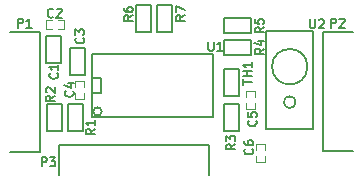
<source format=gto>
G04 (created by PCBNEW (2013-07-07 BZR 4022)-stable) date 29/10/2014 14:18:24*
%MOIN*%
G04 Gerber Fmt 3.4, Leading zero omitted, Abs format*
%FSLAX34Y34*%
G01*
G70*
G90*
G04 APERTURE LIST*
%ADD10C,0.00590551*%
%ADD11C,0.006*%
%ADD12C,0.005*%
%ADD13C,0.0028*%
G04 APERTURE END LIST*
G54D10*
X10622Y-1952D02*
X10622Y-952D01*
X10622Y-952D02*
X11622Y-952D01*
G54D11*
X11622Y-4937D02*
X10622Y-4937D01*
X10622Y-4937D02*
X10622Y-1937D01*
G54D10*
X1188Y-3952D02*
X1188Y-4952D01*
X1188Y-4952D02*
X188Y-4952D01*
G54D11*
X188Y-968D02*
X1188Y-968D01*
X1188Y-968D02*
X1188Y-3968D01*
G54D12*
X1903Y-1085D02*
X1903Y-1985D01*
X1903Y-1985D02*
X1403Y-1985D01*
X1403Y-1985D02*
X1403Y-1085D01*
X1403Y-1085D02*
X1903Y-1085D01*
X7345Y-498D02*
X8245Y-498D01*
X8245Y-498D02*
X8245Y-998D01*
X8245Y-998D02*
X7345Y-998D01*
X7345Y-998D02*
X7345Y-498D01*
X8245Y-1706D02*
X7345Y-1706D01*
X7345Y-1706D02*
X7345Y-1206D01*
X7345Y-1206D02*
X8245Y-1206D01*
X8245Y-1206D02*
X8245Y-1706D01*
X1442Y-4268D02*
X1442Y-3368D01*
X1442Y-3368D02*
X1942Y-3368D01*
X1942Y-3368D02*
X1942Y-4268D01*
X1942Y-4268D02*
X1442Y-4268D01*
X2651Y-3368D02*
X2651Y-4268D01*
X2651Y-4268D02*
X2151Y-4268D01*
X2151Y-4268D02*
X2151Y-3368D01*
X2151Y-3368D02*
X2651Y-3368D01*
X7348Y-3087D02*
X7348Y-2187D01*
X7348Y-2187D02*
X7848Y-2187D01*
X7848Y-2187D02*
X7848Y-3087D01*
X7848Y-3087D02*
X7348Y-3087D01*
X7348Y-4268D02*
X7348Y-3368D01*
X7348Y-3368D02*
X7848Y-3368D01*
X7848Y-3368D02*
X7848Y-4268D01*
X7848Y-4268D02*
X7348Y-4268D01*
X2190Y-2379D02*
X2190Y-1479D01*
X2190Y-1479D02*
X2690Y-1479D01*
X2690Y-1479D02*
X2690Y-2379D01*
X2690Y-2379D02*
X2190Y-2379D01*
G54D13*
X8078Y-3328D02*
X8078Y-3528D01*
X8078Y-3528D02*
X8378Y-3528D01*
X8378Y-3528D02*
X8378Y-3328D01*
X8078Y-3128D02*
X8078Y-2928D01*
X8078Y-2928D02*
X8378Y-2928D01*
X8378Y-2928D02*
X8378Y-3128D01*
X8693Y-4900D02*
X8693Y-4700D01*
X8693Y-4700D02*
X8393Y-4700D01*
X8393Y-4700D02*
X8393Y-4900D01*
X8693Y-5100D02*
X8693Y-5300D01*
X8693Y-5300D02*
X8393Y-5300D01*
X8393Y-5300D02*
X8393Y-5100D01*
X2369Y-2974D02*
X2369Y-3174D01*
X2369Y-3174D02*
X2669Y-3174D01*
X2669Y-3174D02*
X2669Y-2974D01*
X2369Y-2774D02*
X2369Y-2574D01*
X2369Y-2574D02*
X2669Y-2574D01*
X2669Y-2574D02*
X2669Y-2774D01*
X1792Y-858D02*
X1992Y-858D01*
X1992Y-858D02*
X1992Y-558D01*
X1992Y-558D02*
X1792Y-558D01*
X1592Y-858D02*
X1392Y-858D01*
X1392Y-858D02*
X1392Y-558D01*
X1392Y-558D02*
X1592Y-558D01*
G54D12*
X3262Y-3605D02*
G75*
G03X3262Y-3605I-141J0D01*
G74*
G01*
X2921Y-2505D02*
X3221Y-2505D01*
X3221Y-2505D02*
X3221Y-3005D01*
X3221Y-3005D02*
X2921Y-3005D01*
X6971Y-3805D02*
X2921Y-3805D01*
X2921Y-1705D02*
X6971Y-1705D01*
X2921Y-1705D02*
X2921Y-3805D01*
X6971Y-1705D02*
X6971Y-3805D01*
G54D10*
X4830Y-4716D02*
X6830Y-4716D01*
G54D11*
X1846Y-5716D02*
X1846Y-4716D01*
X1846Y-4716D02*
X4846Y-4716D01*
X6846Y-4716D02*
X6846Y-5716D01*
G54D10*
X9724Y-3293D02*
G75*
G03X9724Y-3293I-196J0D01*
G74*
G01*
X10118Y-2112D02*
G75*
G03X10118Y-2112I-590J0D01*
G74*
G01*
X8740Y-4179D02*
X10314Y-4179D01*
X10314Y-4179D02*
X10314Y-931D01*
X10314Y-931D02*
X8740Y-931D01*
X8740Y-931D02*
X8740Y-4179D01*
G54D12*
X5604Y-61D02*
X5604Y-961D01*
X5604Y-961D02*
X5104Y-961D01*
X5104Y-961D02*
X5104Y-61D01*
X5104Y-61D02*
X5604Y-61D01*
X4895Y-61D02*
X4895Y-961D01*
X4895Y-961D02*
X4395Y-961D01*
X4395Y-961D02*
X4395Y-61D01*
X4395Y-61D02*
X4895Y-61D01*
G54D10*
X10900Y-810D02*
X10900Y-510D01*
X11014Y-510D01*
X11043Y-524D01*
X11057Y-538D01*
X11072Y-567D01*
X11072Y-610D01*
X11057Y-638D01*
X11043Y-653D01*
X11014Y-667D01*
X10900Y-667D01*
X11186Y-538D02*
X11200Y-524D01*
X11229Y-510D01*
X11300Y-510D01*
X11329Y-524D01*
X11343Y-538D01*
X11357Y-567D01*
X11357Y-596D01*
X11343Y-638D01*
X11172Y-810D01*
X11357Y-810D01*
X467Y-810D02*
X467Y-510D01*
X581Y-510D01*
X610Y-524D01*
X624Y-538D01*
X638Y-567D01*
X638Y-610D01*
X624Y-638D01*
X610Y-653D01*
X581Y-667D01*
X467Y-667D01*
X924Y-810D02*
X753Y-810D01*
X838Y-810D02*
X838Y-510D01*
X810Y-553D01*
X781Y-581D01*
X753Y-596D01*
X1785Y-2333D02*
X1800Y-2347D01*
X1814Y-2390D01*
X1814Y-2419D01*
X1800Y-2462D01*
X1771Y-2490D01*
X1742Y-2504D01*
X1685Y-2519D01*
X1642Y-2519D01*
X1585Y-2504D01*
X1557Y-2490D01*
X1528Y-2462D01*
X1514Y-2419D01*
X1514Y-2390D01*
X1528Y-2347D01*
X1542Y-2333D01*
X1814Y-2047D02*
X1814Y-2219D01*
X1814Y-2133D02*
X1514Y-2133D01*
X1557Y-2162D01*
X1585Y-2190D01*
X1600Y-2219D01*
X8664Y-798D02*
X8521Y-898D01*
X8664Y-969D02*
X8364Y-969D01*
X8364Y-855D01*
X8379Y-826D01*
X8393Y-812D01*
X8421Y-798D01*
X8464Y-798D01*
X8493Y-812D01*
X8507Y-826D01*
X8521Y-855D01*
X8521Y-969D01*
X8364Y-526D02*
X8364Y-669D01*
X8507Y-683D01*
X8493Y-669D01*
X8479Y-640D01*
X8479Y-569D01*
X8493Y-540D01*
X8507Y-526D01*
X8536Y-512D01*
X8607Y-512D01*
X8636Y-526D01*
X8650Y-540D01*
X8664Y-569D01*
X8664Y-640D01*
X8650Y-669D01*
X8636Y-683D01*
X8664Y-1506D02*
X8521Y-1606D01*
X8664Y-1678D02*
X8364Y-1678D01*
X8364Y-1563D01*
X8379Y-1535D01*
X8393Y-1520D01*
X8421Y-1506D01*
X8464Y-1506D01*
X8493Y-1520D01*
X8507Y-1535D01*
X8521Y-1563D01*
X8521Y-1678D01*
X8464Y-1249D02*
X8664Y-1249D01*
X8350Y-1320D02*
X8564Y-1392D01*
X8564Y-1206D01*
X1696Y-3081D02*
X1553Y-3181D01*
X1696Y-3252D02*
X1396Y-3252D01*
X1396Y-3138D01*
X1410Y-3110D01*
X1424Y-3095D01*
X1453Y-3081D01*
X1496Y-3081D01*
X1524Y-3095D01*
X1539Y-3110D01*
X1553Y-3138D01*
X1553Y-3252D01*
X1424Y-2967D02*
X1410Y-2952D01*
X1396Y-2924D01*
X1396Y-2852D01*
X1410Y-2824D01*
X1424Y-2810D01*
X1453Y-2795D01*
X1481Y-2795D01*
X1524Y-2810D01*
X1696Y-2981D01*
X1696Y-2795D01*
X3034Y-4183D02*
X2891Y-4283D01*
X3034Y-4355D02*
X2734Y-4355D01*
X2734Y-4241D01*
X2749Y-4212D01*
X2763Y-4198D01*
X2791Y-4183D01*
X2834Y-4183D01*
X2863Y-4198D01*
X2877Y-4212D01*
X2891Y-4241D01*
X2891Y-4355D01*
X3034Y-3898D02*
X3034Y-4069D01*
X3034Y-3983D02*
X2734Y-3983D01*
X2777Y-4012D01*
X2806Y-4041D01*
X2820Y-4069D01*
X7971Y-2708D02*
X7971Y-2537D01*
X8271Y-2622D02*
X7971Y-2622D01*
X8271Y-2437D02*
X7971Y-2437D01*
X8113Y-2437D02*
X8113Y-2265D01*
X8271Y-2265D02*
X7971Y-2265D01*
X8271Y-1965D02*
X8271Y-2137D01*
X8271Y-2051D02*
X7971Y-2051D01*
X8013Y-2079D01*
X8042Y-2108D01*
X8056Y-2137D01*
X7719Y-4695D02*
X7576Y-4795D01*
X7719Y-4867D02*
X7419Y-4867D01*
X7419Y-4752D01*
X7434Y-4724D01*
X7448Y-4709D01*
X7476Y-4695D01*
X7519Y-4695D01*
X7548Y-4709D01*
X7562Y-4724D01*
X7576Y-4752D01*
X7576Y-4867D01*
X7419Y-4595D02*
X7419Y-4409D01*
X7534Y-4509D01*
X7534Y-4467D01*
X7548Y-4438D01*
X7562Y-4424D01*
X7591Y-4409D01*
X7662Y-4409D01*
X7691Y-4424D01*
X7705Y-4438D01*
X7719Y-4467D01*
X7719Y-4552D01*
X7705Y-4581D01*
X7691Y-4595D01*
X2651Y-1152D02*
X2666Y-1166D01*
X2680Y-1209D01*
X2680Y-1238D01*
X2666Y-1280D01*
X2637Y-1309D01*
X2609Y-1323D01*
X2551Y-1338D01*
X2509Y-1338D01*
X2451Y-1323D01*
X2423Y-1309D01*
X2394Y-1280D01*
X2380Y-1238D01*
X2380Y-1209D01*
X2394Y-1166D01*
X2409Y-1152D01*
X2380Y-1052D02*
X2380Y-866D01*
X2494Y-966D01*
X2494Y-923D01*
X2509Y-895D01*
X2523Y-880D01*
X2551Y-866D01*
X2623Y-866D01*
X2651Y-880D01*
X2666Y-895D01*
X2680Y-923D01*
X2680Y-1009D01*
X2666Y-1038D01*
X2651Y-1052D01*
X8399Y-3908D02*
X8414Y-3922D01*
X8428Y-3965D01*
X8428Y-3993D01*
X8414Y-4036D01*
X8385Y-4065D01*
X8357Y-4079D01*
X8299Y-4093D01*
X8257Y-4093D01*
X8199Y-4079D01*
X8171Y-4065D01*
X8142Y-4036D01*
X8128Y-3993D01*
X8128Y-3965D01*
X8142Y-3922D01*
X8157Y-3908D01*
X8128Y-3636D02*
X8128Y-3779D01*
X8271Y-3793D01*
X8257Y-3779D01*
X8242Y-3751D01*
X8242Y-3679D01*
X8257Y-3651D01*
X8271Y-3636D01*
X8299Y-3622D01*
X8371Y-3622D01*
X8399Y-3636D01*
X8414Y-3651D01*
X8428Y-3679D01*
X8428Y-3751D01*
X8414Y-3779D01*
X8399Y-3793D01*
X8281Y-4853D02*
X8296Y-4867D01*
X8310Y-4910D01*
X8310Y-4938D01*
X8296Y-4981D01*
X8267Y-5010D01*
X8238Y-5024D01*
X8181Y-5038D01*
X8138Y-5038D01*
X8081Y-5024D01*
X8053Y-5010D01*
X8024Y-4981D01*
X8010Y-4938D01*
X8010Y-4910D01*
X8024Y-4867D01*
X8038Y-4853D01*
X8010Y-4596D02*
X8010Y-4653D01*
X8024Y-4681D01*
X8038Y-4696D01*
X8081Y-4724D01*
X8138Y-4738D01*
X8253Y-4738D01*
X8281Y-4724D01*
X8296Y-4710D01*
X8310Y-4681D01*
X8310Y-4624D01*
X8296Y-4596D01*
X8281Y-4581D01*
X8253Y-4567D01*
X8181Y-4567D01*
X8153Y-4581D01*
X8138Y-4596D01*
X8124Y-4624D01*
X8124Y-4681D01*
X8138Y-4710D01*
X8153Y-4724D01*
X8181Y-4738D01*
X2297Y-2924D02*
X2311Y-2938D01*
X2326Y-2981D01*
X2326Y-3009D01*
X2311Y-3052D01*
X2283Y-3081D01*
X2254Y-3095D01*
X2197Y-3109D01*
X2154Y-3109D01*
X2097Y-3095D01*
X2069Y-3081D01*
X2040Y-3052D01*
X2026Y-3009D01*
X2026Y-2981D01*
X2040Y-2938D01*
X2054Y-2924D01*
X2126Y-2666D02*
X2326Y-2666D01*
X2011Y-2738D02*
X2226Y-2809D01*
X2226Y-2624D01*
X1642Y-447D02*
X1628Y-461D01*
X1585Y-475D01*
X1557Y-475D01*
X1514Y-461D01*
X1485Y-432D01*
X1471Y-404D01*
X1457Y-347D01*
X1457Y-304D01*
X1471Y-247D01*
X1485Y-218D01*
X1514Y-190D01*
X1557Y-175D01*
X1585Y-175D01*
X1628Y-190D01*
X1642Y-204D01*
X1757Y-204D02*
X1771Y-190D01*
X1800Y-175D01*
X1871Y-175D01*
X1900Y-190D01*
X1914Y-204D01*
X1928Y-232D01*
X1928Y-261D01*
X1914Y-304D01*
X1742Y-475D01*
X1928Y-475D01*
G54D12*
X6818Y-1278D02*
X6818Y-1520D01*
X6832Y-1549D01*
X6847Y-1563D01*
X6875Y-1578D01*
X6932Y-1578D01*
X6961Y-1563D01*
X6975Y-1549D01*
X6990Y-1520D01*
X6990Y-1278D01*
X7290Y-1578D02*
X7118Y-1578D01*
X7204Y-1578D02*
X7204Y-1278D01*
X7175Y-1320D01*
X7147Y-1349D01*
X7118Y-1363D01*
G54D10*
X1254Y-5436D02*
X1254Y-5136D01*
X1369Y-5136D01*
X1397Y-5150D01*
X1412Y-5164D01*
X1426Y-5193D01*
X1426Y-5236D01*
X1412Y-5264D01*
X1397Y-5279D01*
X1369Y-5293D01*
X1254Y-5293D01*
X1526Y-5136D02*
X1712Y-5136D01*
X1612Y-5250D01*
X1654Y-5250D01*
X1683Y-5264D01*
X1697Y-5279D01*
X1712Y-5307D01*
X1712Y-5379D01*
X1697Y-5407D01*
X1683Y-5422D01*
X1654Y-5436D01*
X1569Y-5436D01*
X1540Y-5422D01*
X1526Y-5407D01*
X10204Y-530D02*
X10204Y-772D01*
X10218Y-801D01*
X10233Y-815D01*
X10261Y-830D01*
X10318Y-830D01*
X10347Y-815D01*
X10361Y-801D01*
X10375Y-772D01*
X10375Y-530D01*
X10504Y-558D02*
X10518Y-544D01*
X10547Y-530D01*
X10618Y-530D01*
X10647Y-544D01*
X10661Y-558D01*
X10675Y-587D01*
X10675Y-615D01*
X10661Y-658D01*
X10490Y-830D01*
X10675Y-830D01*
X4294Y-404D02*
X4151Y-504D01*
X4294Y-575D02*
X3994Y-575D01*
X3994Y-461D01*
X4008Y-432D01*
X4023Y-418D01*
X4051Y-404D01*
X4094Y-404D01*
X4123Y-418D01*
X4137Y-432D01*
X4151Y-461D01*
X4151Y-575D01*
X3994Y-147D02*
X3994Y-204D01*
X4008Y-232D01*
X4023Y-247D01*
X4066Y-275D01*
X4123Y-290D01*
X4237Y-290D01*
X4266Y-275D01*
X4280Y-261D01*
X4294Y-232D01*
X4294Y-175D01*
X4280Y-147D01*
X4266Y-132D01*
X4237Y-118D01*
X4166Y-118D01*
X4137Y-132D01*
X4123Y-147D01*
X4108Y-175D01*
X4108Y-232D01*
X4123Y-261D01*
X4137Y-275D01*
X4166Y-290D01*
X6026Y-404D02*
X5884Y-504D01*
X6026Y-575D02*
X5726Y-575D01*
X5726Y-461D01*
X5741Y-432D01*
X5755Y-418D01*
X5784Y-404D01*
X5826Y-404D01*
X5855Y-418D01*
X5869Y-432D01*
X5884Y-461D01*
X5884Y-575D01*
X5726Y-304D02*
X5726Y-104D01*
X6026Y-232D01*
M02*

</source>
